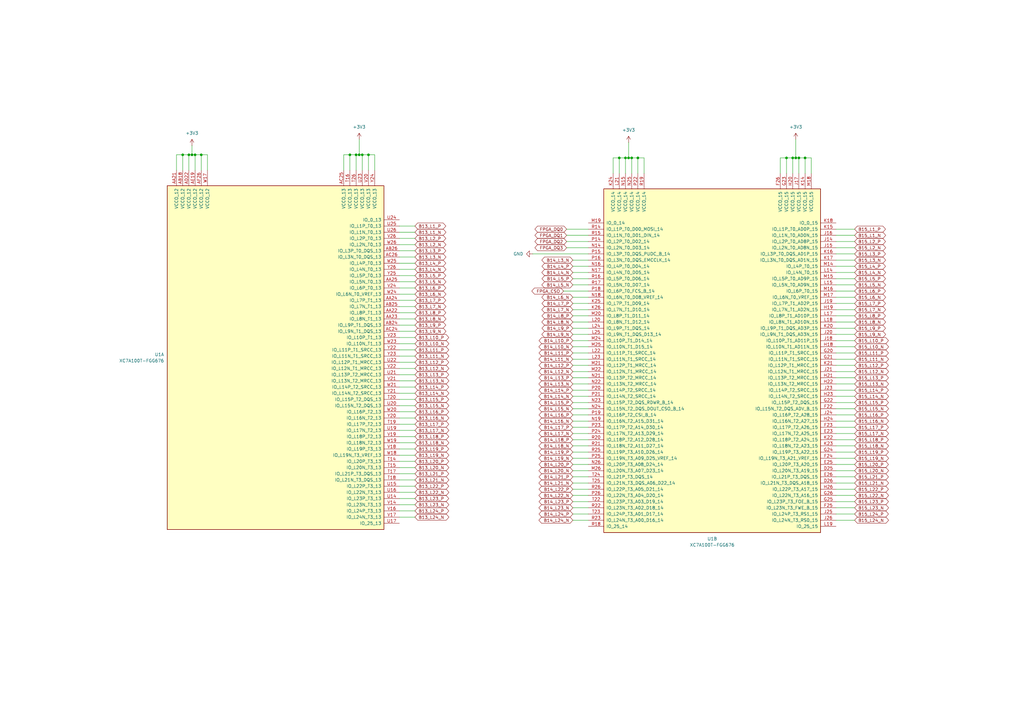
<source format=kicad_sch>
(kicad_sch (version 20231120) (generator "eeschema") (generator_version "8.0")
  (paper "A3")
  (junction (at 77.47 63.5))
  (junction (at 326.39 64.77))
  (junction (at 254 64.77))
  (junction (at 261.62 64.77))
  (junction (at 143.51 63.5))
  (junction (at 325.12 64.77))
  (junction (at 151.13 63.5))
  (junction (at 78.74 63.5))
  (junction (at 80.01 63.5))
  (junction (at 74.93 63.5))
  (junction (at 330.2 64.77))
  (junction (at 82.55 63.5))
  (junction (at 147.32 63.5))
  (junction (at 322.58 64.77))
  (junction (at 257.81 64.77))
  (junction (at 146.05 63.5))
  (junction (at 327.66 64.77))
  (junction (at 259.08 64.77))
  (junction (at 256.54 64.77))
  (junction (at 148.59 63.5))
  (wire (pts (xy 234.95 149.86) (xy 241.3 149.86)))
  (wire (pts (xy 234.95 139.7) (xy 241.3 139.7)))
  (wire (pts (xy 326.39 64.77) (xy 326.39 57.15)))
  (wire (pts (xy 327.66 64.77) (xy 330.2 64.77)))
  (wire (pts (xy 170.18 120.65) (xy 163.83 120.65)))
  (wire (pts (xy 350.52 114.3) (xy 342.9 114.3)))
  (wire (pts (xy 350.52 101.6) (xy 342.9 101.6)))
  (wire (pts (xy 350.52 93.98) (xy 342.9 93.98)))
  (wire (pts (xy 350.52 129.54) (xy 342.9 129.54)))
  (wire (pts (xy 74.93 63.5) (xy 74.93 69.85)))
  (wire (pts (xy 170.18 158.75) (xy 163.83 158.75)))
  (wire (pts (xy 234.95 205.74) (xy 241.3 205.74)))
  (wire (pts (xy 350.52 172.72) (xy 342.9 172.72)))
  (wire (pts (xy 232.41 101.6) (xy 241.3 101.6)))
  (wire (pts (xy 325.12 64.77) (xy 325.12 71.12)))
  (wire (pts (xy 322.58 64.77) (xy 322.58 71.12)))
  (wire (pts (xy 170.18 166.37) (xy 163.83 166.37)))
  (wire (pts (xy 350.52 106.68) (xy 342.9 106.68)))
  (wire (pts (xy 234.95 116.84) (xy 241.3 116.84)))
  (wire (pts (xy 170.18 199.39) (xy 163.83 199.39)))
  (wire (pts (xy 350.52 190.5) (xy 342.9 190.5)))
  (wire (pts (xy 153.67 69.85) (xy 153.67 63.5)))
  (wire (pts (xy 234.95 165.1) (xy 241.3 165.1)))
  (wire (pts (xy 350.52 195.58) (xy 342.9 195.58)))
  (wire (pts (xy 170.18 138.43) (xy 163.83 138.43)))
  (wire (pts (xy 350.52 121.92) (xy 342.9 121.92)))
  (wire (pts (xy 234.95 144.78) (xy 241.3 144.78)))
  (wire (pts (xy 350.52 157.48) (xy 342.9 157.48)))
  (wire (pts (xy 148.59 63.5) (xy 147.32 63.5)))
  (wire (pts (xy 170.18 176.53) (xy 163.83 176.53)))
  (wire (pts (xy 170.18 191.77) (xy 163.83 191.77)))
  (wire (pts (xy 350.52 134.62) (xy 342.9 134.62)))
  (wire (pts (xy 350.52 170.18) (xy 342.9 170.18)))
  (wire (pts (xy 170.18 143.51) (xy 163.83 143.51)))
  (wire (pts (xy 264.16 71.12) (xy 264.16 64.77)))
  (wire (pts (xy 218.44 104.14) (xy 241.3 104.14)))
  (wire (pts (xy 234.95 193.04) (xy 241.3 193.04)))
  (wire (pts (xy 350.52 104.14) (xy 342.9 104.14)))
  (wire (pts (xy 350.52 124.46) (xy 342.9 124.46)))
  (wire (pts (xy 234.95 162.56) (xy 241.3 162.56)))
  (wire (pts (xy 234.95 142.24) (xy 241.3 142.24)))
  (wire (pts (xy 326.39 64.77) (xy 327.66 64.77)))
  (wire (pts (xy 170.18 207.01) (xy 163.83 207.01)))
  (wire (pts (xy 350.52 132.08) (xy 342.9 132.08)))
  (wire (pts (xy 234.95 127) (xy 241.3 127)))
  (wire (pts (xy 170.18 189.23) (xy 163.83 189.23)))
  (wire (pts (xy 234.95 124.46) (xy 241.3 124.46)))
  (wire (pts (xy 72.39 63.5) (xy 74.93 63.5)))
  (wire (pts (xy 143.51 63.5) (xy 143.51 69.85)))
  (wire (pts (xy 80.01 63.5) (xy 80.01 69.85)))
  (wire (pts (xy 78.74 63.5) (xy 80.01 63.5)))
  (wire (pts (xy 350.52 116.84) (xy 342.9 116.84)))
  (wire (pts (xy 259.08 71.12) (xy 259.08 64.77)))
  (wire (pts (xy 170.18 151.13) (xy 163.83 151.13)))
  (wire (pts (xy 232.41 93.98) (xy 241.3 93.98)))
  (wire (pts (xy 170.18 140.97) (xy 163.83 140.97)))
  (wire (pts (xy 350.52 152.4) (xy 342.9 152.4)))
  (wire (pts (xy 257.81 64.77) (xy 259.08 64.77)))
  (wire (pts (xy 77.47 63.5) (xy 77.47 69.85)))
  (wire (pts (xy 140.97 63.5) (xy 143.51 63.5)))
  (wire (pts (xy 170.18 110.49) (xy 163.83 110.49)))
  (wire (pts (xy 234.95 109.22) (xy 241.3 109.22)))
  (wire (pts (xy 170.18 97.79) (xy 163.83 97.79)))
  (wire (pts (xy 234.95 147.32) (xy 241.3 147.32)))
  (wire (pts (xy 350.52 154.94) (xy 342.9 154.94)))
  (wire (pts (xy 327.66 71.12) (xy 327.66 64.77)))
  (wire (pts (xy 170.18 133.35) (xy 163.83 133.35)))
  (wire (pts (xy 350.52 203.2) (xy 342.9 203.2)))
  (wire (pts (xy 170.18 209.55) (xy 163.83 209.55)))
  (wire (pts (xy 170.18 156.21) (xy 163.83 156.21)))
  (wire (pts (xy 170.18 146.05) (xy 163.83 146.05)))
  (wire (pts (xy 251.46 64.77) (xy 254 64.77)))
  (wire (pts (xy 232.41 99.06) (xy 241.3 99.06)))
  (wire (pts (xy 147.32 63.5) (xy 147.32 57.15)))
  (wire (pts (xy 170.18 102.87) (xy 163.83 102.87)))
  (wire (pts (xy 234.95 203.2) (xy 241.3 203.2)))
  (wire (pts (xy 251.46 71.12) (xy 251.46 64.77)))
  (wire (pts (xy 146.05 63.5) (xy 147.32 63.5)))
  (wire (pts (xy 254 64.77) (xy 256.54 64.77)))
  (wire (pts (xy 350.52 96.52) (xy 342.9 96.52)))
  (wire (pts (xy 261.62 64.77) (xy 259.08 64.77)))
  (wire (pts (xy 82.55 63.5) (xy 85.09 63.5)))
  (wire (pts (xy 234.95 210.82) (xy 241.3 210.82)))
  (wire (pts (xy 72.39 69.85) (xy 72.39 63.5)))
  (wire (pts (xy 350.52 177.8) (xy 342.9 177.8)))
  (wire (pts (xy 170.18 204.47) (xy 163.83 204.47)))
  (wire (pts (xy 78.74 63.5) (xy 78.74 59.69)))
  (wire (pts (xy 170.18 168.91) (xy 163.83 168.91)))
  (wire (pts (xy 170.18 153.67) (xy 163.83 153.67)))
  (wire (pts (xy 350.52 180.34) (xy 342.9 180.34)))
  (wire (pts (xy 234.95 182.88) (xy 241.3 182.88)))
  (wire (pts (xy 170.18 194.31) (xy 163.83 194.31)))
  (wire (pts (xy 170.18 148.59) (xy 163.83 148.59)))
  (wire (pts (xy 170.18 184.15) (xy 163.83 184.15)))
  (wire (pts (xy 170.18 118.11) (xy 163.83 118.11)))
  (wire (pts (xy 170.18 113.03) (xy 163.83 113.03)))
  (wire (pts (xy 170.18 163.83) (xy 163.83 163.83)))
  (wire (pts (xy 170.18 135.89) (xy 163.83 135.89)))
  (wire (pts (xy 170.18 130.81) (xy 163.83 130.81)))
  (wire (pts (xy 170.18 201.93) (xy 163.83 201.93)))
  (wire (pts (xy 325.12 64.77) (xy 326.39 64.77)))
  (wire (pts (xy 320.04 64.77) (xy 322.58 64.77)))
  (wire (pts (xy 234.95 170.18) (xy 241.3 170.18)))
  (wire (pts (xy 170.18 115.57) (xy 163.83 115.57)))
  (wire (pts (xy 350.52 208.28) (xy 342.9 208.28)))
  (wire (pts (xy 350.52 137.16) (xy 342.9 137.16)))
  (wire (pts (xy 234.95 111.76) (xy 241.3 111.76)))
  (wire (pts (xy 261.62 64.77) (xy 261.62 71.12)))
  (wire (pts (xy 148.59 63.5) (xy 148.59 69.85)))
  (wire (pts (xy 74.93 63.5) (xy 77.47 63.5)))
  (wire (pts (xy 234.95 185.42) (xy 241.3 185.42)))
  (wire (pts (xy 170.18 125.73) (xy 163.83 125.73)))
  (wire (pts (xy 234.95 114.3) (xy 241.3 114.3)))
  (wire (pts (xy 234.95 154.94) (xy 241.3 154.94)))
  (wire (pts (xy 170.18 161.29) (xy 163.83 161.29)))
  (wire (pts (xy 350.52 119.38) (xy 342.9 119.38)))
  (wire (pts (xy 80.01 63.5) (xy 82.55 63.5)))
  (wire (pts (xy 82.55 69.85) (xy 82.55 63.5)))
  (wire (pts (xy 234.95 152.4) (xy 241.3 152.4)))
  (wire (pts (xy 170.18 196.85) (xy 163.83 196.85)))
  (wire (pts (xy 264.16 64.77) (xy 261.62 64.77)))
  (wire (pts (xy 234.95 129.54) (xy 241.3 129.54)))
  (wire (pts (xy 350.52 205.74) (xy 342.9 205.74)))
  (wire (pts (xy 234.95 208.28) (xy 241.3 208.28)))
  (wire (pts (xy 170.18 92.71) (xy 163.83 92.71)))
  (wire (pts (xy 234.95 132.08) (xy 241.3 132.08)))
  (wire (pts (xy 232.41 96.52) (xy 241.3 96.52)))
  (wire (pts (xy 170.18 179.07) (xy 163.83 179.07)))
  (wire (pts (xy 170.18 105.41) (xy 163.83 105.41)))
  (wire (pts (xy 350.52 198.12) (xy 342.9 198.12)))
  (wire (pts (xy 350.52 193.04) (xy 342.9 193.04)))
  (wire (pts (xy 170.18 100.33) (xy 163.83 100.33)))
  (wire (pts (xy 350.52 149.86) (xy 342.9 149.86)))
  (wire (pts (xy 234.95 177.8) (xy 241.3 177.8)))
  (wire (pts (xy 350.52 185.42) (xy 342.9 185.42)))
  (wire (pts (xy 170.18 212.09) (xy 163.83 212.09)))
  (wire (pts (xy 254 64.77) (xy 254 71.12)))
  (wire (pts (xy 350.52 144.78) (xy 342.9 144.78)))
  (wire (pts (xy 234.95 157.48) (xy 241.3 157.48)))
  (wire (pts (xy 350.52 175.26) (xy 342.9 175.26)))
  (wire (pts (xy 350.52 142.24) (xy 342.9 142.24)))
  (wire (pts (xy 350.52 111.76) (xy 342.9 111.76)))
  (wire (pts (xy 153.67 63.5) (xy 151.13 63.5)))
  (wire (pts (xy 256.54 64.77) (xy 256.54 71.12)))
  (wire (pts (xy 170.18 173.99) (xy 163.83 173.99)))
  (wire (pts (xy 350.52 167.64) (xy 342.9 167.64)))
  (wire (pts (xy 350.52 109.22) (xy 342.9 109.22)))
  (wire (pts (xy 330.2 64.77) (xy 332.74 64.77)))
  (wire (pts (xy 170.18 128.27) (xy 163.83 128.27)))
  (wire (pts (xy 350.52 213.36) (xy 342.9 213.36)))
  (wire (pts (xy 170.18 181.61) (xy 163.83 181.61)))
  (wire (pts (xy 234.95 121.92) (xy 241.3 121.92)))
  (wire (pts (xy 234.95 167.64) (xy 241.3 167.64)))
  (wire (pts (xy 231.14 119.38) (xy 241.3 119.38)))
  (wire (pts (xy 320.04 71.12) (xy 320.04 64.77)))
  (wire (pts (xy 234.95 200.66) (xy 241.3 200.66)))
  (wire (pts (xy 234.95 172.72) (xy 241.3 172.72)))
  (wire (pts (xy 234.95 134.62) (xy 241.3 134.62)))
  (wire (pts (xy 234.95 198.12) (xy 241.3 198.12)))
  (wire (pts (xy 234.95 106.68) (xy 241.3 106.68)))
  (wire (pts (xy 234.95 175.26) (xy 241.3 175.26)))
  (wire (pts (xy 170.18 186.69) (xy 163.83 186.69)))
  (wire (pts (xy 146.05 69.85) (xy 146.05 63.5)))
  (wire (pts (xy 170.18 95.25) (xy 163.83 95.25)))
  (wire (pts (xy 234.95 160.02) (xy 241.3 160.02)))
  (wire (pts (xy 350.52 160.02) (xy 342.9 160.02)))
  (wire (pts (xy 350.52 139.7) (xy 342.9 139.7)))
  (wire (pts (xy 143.51 63.5) (xy 146.05 63.5)))
  (wire (pts (xy 350.52 99.06) (xy 342.9 99.06)))
  (wire (pts (xy 330.2 71.12) (xy 330.2 64.77)))
  (wire (pts (xy 234.95 180.34) (xy 241.3 180.34)))
  (wire (pts (xy 170.18 107.95) (xy 163.83 107.95)))
  (wire (pts (xy 234.95 190.5) (xy 241.3 190.5)))
  (wire (pts (xy 77.47 63.5) (xy 78.74 63.5)))
  (wire (pts (xy 322.58 64.77) (xy 325.12 64.77)))
  (wire (pts (xy 170.18 123.19) (xy 163.83 123.19)))
  (wire (pts (xy 350.52 187.96) (xy 342.9 187.96)))
  (wire (pts (xy 170.18 171.45) (xy 163.83 171.45)))
  (wire (pts (xy 234.95 195.58) (xy 241.3 195.58)))
  (wire (pts (xy 332.74 71.12) (xy 332.74 64.77)))
  (wire (pts (xy 350.52 162.56) (xy 342.9 162.56)))
  (wire (pts (xy 140.97 69.85) (xy 140.97 63.5)))
  (wire (pts (xy 234.95 213.36) (xy 241.3 213.36)))
  (wire (pts (xy 151.13 63.5) (xy 148.59 63.5)))
  (wire (pts (xy 256.54 64.77) (xy 257.81 64.77)))
  (wire (pts (xy 350.52 165.1) (xy 342.9 165.1)))
  (wire (pts (xy 350.52 182.88) (xy 342.9 182.88)))
  (wire (pts (xy 350.52 147.32) (xy 342.9 147.32)))
  (wire (pts (xy 257.81 64.77) (xy 257.81 58.42)))
  (wire (pts (xy 350.52 210.82) (xy 342.9 210.82)))
  (wire (pts (xy 350.52 200.66) (xy 342.9 200.66)))
  (wire (pts (xy 234.95 187.96) (xy 241.3 187.96)))
  (wire (pts (xy 85.09 69.85) (xy 85.09 63.5)))
  (wire (pts (xy 350.52 127) (xy 342.9 127)))
  (wire (pts (xy 234.95 137.16) (xy 241.3 137.16)))
  (wire (pts (xy 151.13 63.5) (xy 151.13 69.85)))
  (global_label "B14_L13_N" (shape bidirectional) (at 234.95 157.48 180) (property "Intersheetrefs" "${INTERSHEET_REFS}" (effects (hide yes))))
  (global_label "B15_L21_N" (shape bidirectional) (at 350.52 198.12 0) (property "Intersheetrefs" "${INTERSHEET_REFS}" (effects (hide yes))))
  (global_label "B13_L21_P" (shape bidirectional) (at 170.18 194.31 0) (property "Intersheetrefs" "${INTERSHEET_REFS}" (effects (hide yes))))
  (global_label "B14_L24_N" (shape bidirectional) (at 234.95 213.36 180) (property "Intersheetrefs" "${INTERSHEET_REFS}" (effects (hide yes))))
  (global_label "B14_L13_P" (shape bidirectional) (at 234.95 154.94 180) (property "Intersheetrefs" "${INTERSHEET_REFS}" (effects (hide yes))))
  (global_label "B13_L8_P" (shape bidirectional) (at 170.18 128.27 0) (property "Intersheetrefs" "${INTERSHEET_REFS}" (effects (hide yes))))
  (global_label "B13_L2_N" (shape bidirectional) (at 170.18 100.33 0) (property "Intersheetrefs" "${INTERSHEET_REFS}" (effects (hide yes))))
  (global_label "B14_L21_P" (shape bidirectional) (at 234.95 195.58 180) (property "Intersheetrefs" "${INTERSHEET_REFS}" (effects (hide yes))))
  (global_label "B14_L19_P" (shape bidirectional) (at 234.95 185.42 180) (property "Intersheetrefs" "${INTERSHEET_REFS}" (effects (hide yes))))
  (global_label "B15_L1_N" (shape bidirectional) (at 350.52 96.52 0) (property "Intersheetrefs" "${INTERSHEET_REFS}" (effects (hide yes))))
  (global_label "B14_L14_N" (shape bidirectional) (at 234.95 162.56 180) (property "Intersheetrefs" "${INTERSHEET_REFS}" (effects (hide yes))))
  (global_label "FPGA_DQ3" (shape bidirectional) (at 232.41 101.6 180) (property "Intersheetrefs" "${INTERSHEET_REFS}" (effects (hide yes))))
  (global_label "B15_L22_N" (shape bidirectional) (at 350.52 203.2 0) (property "Intersheetrefs" "${INTERSHEET_REFS}" (effects (hide yes))))
  (global_label "B13_L19_P" (shape bidirectional) (at 170.18 184.15 0) (property "Intersheetrefs" "${INTERSHEET_REFS}" (effects (hide yes))))
  (global_label "B13_L17_N" (shape bidirectional) (at 170.18 176.53 0) (property "Intersheetrefs" "${INTERSHEET_REFS}" (effects (hide yes))))
  (global_label "B13_L18_N" (shape bidirectional) (at 170.18 181.61 0) (property "Intersheetrefs" "${INTERSHEET_REFS}" (effects (hide yes))))
  (global_label "FPGA_DQ0" (shape bidirectional) (at 232.41 93.98 180) (property "Intersheetrefs" "${INTERSHEET_REFS}" (effects (hide yes))))
  (global_label "B13_L6_N" (shape bidirectional) (at 170.18 120.65 0) (property "Intersheetrefs" "${INTERSHEET_REFS}" (effects (hide yes))))
  (global_label "B15_L17_P" (shape bidirectional) (at 350.52 175.26 0) (property "Intersheetrefs" "${INTERSHEET_REFS}" (effects (hide yes))))
  (global_label "B14_L4_N" (shape bidirectional) (at 234.95 111.76 180) (property "Intersheetrefs" "${INTERSHEET_REFS}" (effects (hide yes))))
  (global_label "B15_L17_N" (shape bidirectional) (at 350.52 177.8 0) (property "Intersheetrefs" "${INTERSHEET_REFS}" (effects (hide yes))))
  (global_label "B13_L8_N" (shape bidirectional) (at 170.18 130.81 0) (property "Intersheetrefs" "${INTERSHEET_REFS}" (effects (hide yes))))
  (global_label "B14_L21_N" (shape bidirectional) (at 234.95 198.12 180) (property "Intersheetrefs" "${INTERSHEET_REFS}" (effects (hide yes))))
  (global_label "B15_L11_N" (shape bidirectional) (at 350.52 147.32 0) (property "Intersheetrefs" "${INTERSHEET_REFS}" (effects (hide yes))))
  (global_label "B15_L12_P" (shape bidirectional) (at 350.52 149.86 0) (property "Intersheetrefs" "${INTERSHEET_REFS}" (effects (hide yes))))
  (global_label "B15_L5_N" (shape bidirectional) (at 350.52 116.84 0) (property "Intersheetrefs" "${INTERSHEET_REFS}" (effects (hide yes))))
  (global_label "B15_L19_N" (shape bidirectional) (at 350.52 187.96 0) (property "Intersheetrefs" "${INTERSHEET_REFS}" (effects (hide yes))))
  (global_label "B13_L12_P" (shape bidirectional) (at 170.18 148.59 0) (property "Intersheetrefs" "${INTERSHEET_REFS}" (effects (hide yes))))
  (global_label "B13_L12_N" (shape bidirectional) (at 170.18 151.13 0) (property "Intersheetrefs" "${INTERSHEET_REFS}" (effects (hide yes))))
  (global_label "B14_L12_P" (shape bidirectional) (at 234.95 149.86 180) (property "Intersheetrefs" "${INTERSHEET_REFS}" (effects (hide yes))))
  (global_label "B14_L18_N" (shape bidirectional) (at 234.95 182.88 180) (property "Intersheetrefs" "${INTERSHEET_REFS}" (effects (hide yes))))
  (global_label "B15_L18_N" (shape bidirectional) (at 350.52 182.88 0) (property "Intersheetrefs" "${INTERSHEET_REFS}" (effects (hide yes))))
  (global_label "B13_L4_N" (shape bidirectional) (at 170.18 110.49 0) (property "Intersheetrefs" "${INTERSHEET_REFS}" (effects (hide yes))))
  (global_label "B14_L24_P" (shape bidirectional) (at 234.95 210.82 180) (property "Intersheetrefs" "${INTERSHEET_REFS}" (effects (hide yes))))
  (global_label "B14_L10_P" (shape bidirectional) (at 234.95 139.7 180) (property "Intersheetrefs" "${INTERSHEET_REFS}" (effects (hide yes))))
  (global_label "B13_L16_P" (shape bidirectional) (at 170.18 168.91 0) (property "Intersheetrefs" "${INTERSHEET_REFS}" (effects (hide yes))))
  (global_label "B15_L9_P" (shape bidirectional) (at 350.52 134.62 0) (property "Intersheetrefs" "${INTERSHEET_REFS}" (effects (hide yes))))
  (global_label "B14_L17_P" (shape bidirectional) (at 234.95 175.26 180) (property "Intersheetrefs" "${INTERSHEET_REFS}" (effects (hide yes))))
  (global_label "B13_L4_P" (shape bidirectional) (at 170.18 107.95 0) (property "Intersheetrefs" "${INTERSHEET_REFS}" (effects (hide yes))))
  (global_label "B15_L7_N" (shape bidirectional) (at 350.52 127 0) (property "Intersheetrefs" "${INTERSHEET_REFS}" (effects (hide yes))))
  (global_label "B13_L7_N" (shape bidirectional) (at 170.18 125.73 0) (property "Intersheetrefs" "${INTERSHEET_REFS}" (effects (hide yes))))
  (global_label "B14_L16_P" (shape bidirectional) (at 234.95 170.18 180) (property "Intersheetrefs" "${INTERSHEET_REFS}" (effects (hide yes))))
  (global_label "B15_L20_N" (shape bidirectional) (at 350.52 193.04 0) (property "Intersheetrefs" "${INTERSHEET_REFS}" (effects (hide yes))))
  (global_label "B13_L1_N" (shape bidirectional) (at 170.18 95.25 0) (property "Intersheetrefs" "${INTERSHEET_REFS}" (effects (hide yes))))
  (global_label "B13_L23_P" (shape bidirectional) (at 170.18 204.47 0) (property "Intersheetrefs" "${INTERSHEET_REFS}" (effects (hide yes))))
  (global_label "B13_L24_N" (shape bidirectional) (at 170.18 212.09 0) (property "Intersheetrefs" "${INTERSHEET_REFS}" (effects (hide yes))))
  (global_label "B13_L11_N" (shape bidirectional) (at 170.18 146.05 0) (property "Intersheetrefs" "${INTERSHEET_REFS}" (effects (hide yes))))
  (global_label "B13_L22_P" (shape bidirectional) (at 170.18 199.39 0) (property "Intersheetrefs" "${INTERSHEET_REFS}" (effects (hide yes))))
  (global_label "B13_L9_N" (shape bidirectional) (at 170.18 135.89 0) (property "Intersheetrefs" "${INTERSHEET_REFS}" (effects (hide yes))))
  (global_label "B15_L12_N" (shape bidirectional) (at 350.52 152.4 0) (property "Intersheetrefs" "${INTERSHEET_REFS}" (effects (hide yes))))
  (global_label "B14_L15_P" (shape bidirectional) (at 234.95 165.1 180) (property "Intersheetrefs" "${INTERSHEET_REFS}" (effects (hide yes))))
  (global_label "FPGA_DQ1" (shape bidirectional) (at 232.41 96.52 180) (property "Intersheetrefs" "${INTERSHEET_REFS}" (effects (hide yes))))
  (global_label "B15_L23_N" (shape bidirectional) (at 350.52 208.28 0) (property "Intersheetrefs" "${INTERSHEET_REFS}" (effects (hide yes))))
  (global_label "B15_L6_N" (shape bidirectional) (at 350.52 121.92 0) (property "Intersheetrefs" "${INTERSHEET_REFS}" (effects (hide yes))))
  (global_label "B13_L13_N" (shape bidirectional) (at 170.18 156.21 0) (property "Intersheetrefs" "${INTERSHEET_REFS}" (effects (hide yes))))
  (global_label "B13_L14_P" (shape bidirectional) (at 170.18 158.75 0) (property "Intersheetrefs" "${INTERSHEET_REFS}" (effects (hide yes))))
  (global_label "B14_L10_N" (shape bidirectional) (at 234.95 142.24 180) (property "Intersheetrefs" "${INTERSHEET_REFS}" (effects (hide yes))))
  (global_label "B14_L7_N" (shape bidirectional) (at 234.95 127 180) (property "Intersheetrefs" "${INTERSHEET_REFS}" (effects (hide yes))))
  (global_label "B15_L2_N" (shape bidirectional) (at 350.52 101.6 0) (property "Intersheetrefs" "${INTERSHEET_REFS}" (effects (hide yes))))
  (global_label "B15_L4_N" (shape bidirectional) (at 350.52 111.76 0) (property "Intersheetrefs" "${INTERSHEET_REFS}" (effects (hide yes))))
  (global_label "B15_L7_P" (shape bidirectional) (at 350.52 124.46 0) (property "Intersheetrefs" "${INTERSHEET_REFS}" (effects (hide yes))))
  (global_label "B14_L20_P" (shape bidirectional) (at 234.95 190.5 180) (property "Intersheetrefs" "${INTERSHEET_REFS}" (effects (hide yes))))
  (global_label "B14_L5_P" (shape bidirectional) (at 234.95 114.3 180) (property "Intersheetrefs" "${INTERSHEET_REFS}" (effects (hide yes))))
  (global_label "B15_L8_P" (shape bidirectional) (at 350.52 129.54 0) (property "Intersheetrefs" "${INTERSHEET_REFS}" (effects (hide yes))))
  (global_label "B14_L15_N" (shape bidirectional) (at 234.95 167.64 180) (property "Intersheetrefs" "${INTERSHEET_REFS}" (effects (hide yes))))
  (global_label "B14_L5_N" (shape bidirectional) (at 234.95 116.84 180) (property "Intersheetrefs" "${INTERSHEET_REFS}" (effects (hide yes))))
  (global_label "B15_L3_N" (shape bidirectional) (at 350.52 106.68 0) (property "Intersheetrefs" "${INTERSHEET_REFS}" (effects (hide yes))))
  (global_label "B15_L24_N" (shape bidirectional) (at 350.52 213.36 0) (property "Intersheetrefs" "${INTERSHEET_REFS}" (effects (hide yes))))
  (global_label "B15_L4_P" (shape bidirectional) (at 350.52 109.22 0) (property "Intersheetrefs" "${INTERSHEET_REFS}" (effects (hide yes))))
  (global_label "B15_L19_P" (shape bidirectional) (at 350.52 185.42 0) (property "Intersheetrefs" "${INTERSHEET_REFS}" (effects (hide yes))))
  (global_label "B15_L11_P" (shape bidirectional) (at 350.52 144.78 0) (property "Intersheetrefs" "${INTERSHEET_REFS}" (effects (hide yes))))
  (global_label "B15_L13_N" (shape bidirectional) (at 350.52 157.48 0) (property "Intersheetrefs" "${INTERSHEET_REFS}" (effects (hide yes))))
  (global_label "B15_L24_P" (shape bidirectional) (at 350.52 210.82 0) (property "Intersheetrefs" "${INTERSHEET_REFS}" (effects (hide yes))))
  (global_label "FPGA_CSO" (shape bidirectional) (at 231.14 119.38 180) (property "Intersheetrefs" "${INTERSHEET_REFS}" (effects (hide yes))))
  (global_label "B13_L21_N" (shape bidirectional) (at 170.18 196.85 0) (property "Intersheetrefs" "${INTERSHEET_REFS}" (effects (hide yes))))
  (global_label "B13_L3_N" (shape bidirectional) (at 170.18 105.41 0) (property "Intersheetrefs" "${INTERSHEET_REFS}" (effects (hide yes))))
  (global_label "B15_L23_P" (shape bidirectional) (at 350.52 205.74 0) (property "Intersheetrefs" "${INTERSHEET_REFS}" (effects (hide yes))))
  (global_label "B15_L10_P" (shape bidirectional) (at 350.52 139.7 0) (property "Intersheetrefs" "${INTERSHEET_REFS}" (effects (hide yes))))
  (global_label "B15_L2_P" (shape bidirectional) (at 350.52 99.06 0) (property "Intersheetrefs" "${INTERSHEET_REFS}" (effects (hide yes))))
  (global_label "B15_L14_P" (shape bidirectional) (at 350.52 160.02 0) (property "Intersheetrefs" "${INTERSHEET_REFS}" (effects (hide yes))))
  (global_label "B13_L22_N" (shape bidirectional) (at 170.18 201.93 0) (property "Intersheetrefs" "${INTERSHEET_REFS}" (effects (hide yes))))
  (global_label "B14_L4_P" (shape bidirectional) (at 234.95 109.22 180) (property "Intersheetrefs" "${INTERSHEET_REFS}" (effects (hide yes))))
  (global_label "B13_L24_P" (shape bidirectional) (at 170.18 209.55 0) (property "Intersheetrefs" "${INTERSHEET_REFS}" (effects (hide yes))))
  (global_label "B13_L10_P" (shape bidirectional) (at 170.18 138.43 0) (property "Intersheetrefs" "${INTERSHEET_REFS}" (effects (hide yes))))
  (global_label "B14_L14_P" (shape bidirectional) (at 234.95 160.02 180) (property "Intersheetrefs" "${INTERSHEET_REFS}" (effects (hide yes))))
  (global_label "B14_L11_P" (shape bidirectional) (at 234.95 144.78 180) (property "Intersheetrefs" "${INTERSHEET_REFS}" (effects (hide yes))))
  (global_label "B14_L8_N" (shape bidirectional) (at 234.95 132.08 180) (property "Intersheetrefs" "${INTERSHEET_REFS}" (effects (hide yes))))
  (global_label "B13_L20_N" (shape bidirectional) (at 170.18 191.77 0) (property "Intersheetrefs" "${INTERSHEET_REFS}" (effects (hide yes))))
  (global_label "B13_L10_N" (shape bidirectional) (at 170.18 140.97 0) (property "Intersheetrefs" "${INTERSHEET_REFS}" (effects (hide yes))))
  (global_label "B15_L14_N" (shape bidirectional) (at 350.52 162.56 0) (property "Intersheetrefs" "${INTERSHEET_REFS}" (effects (hide yes))))
  (global_label "B13_L5_N" (shape bidirectional) (at 170.18 115.57 0) (property "Intersheetrefs" "${INTERSHEET_REFS}" (effects (hide yes))))
  (global_label "B13_L23_N" (shape bidirectional) (at 170.18 207.01 0) (property "Intersheetrefs" "${INTERSHEET_REFS}" (effects (hide yes))))
  (global_label "B15_L9_N" (shape bidirectional) (at 350.52 137.16 0) (property "Intersheetrefs" "${INTERSHEET_REFS}" (effects (hide yes))))
  (global_label "B15_L13_P" (shape bidirectional) (at 350.52 154.94 0) (property "Intersheetrefs" "${INTERSHEET_REFS}" (effects (hide yes))))
  (global_label "B15_L16_N" (shape bidirectional) (at 350.52 172.72 0) (property "Intersheetrefs" "${INTERSHEET_REFS}" (effects (hide yes))))
  (global_label "FPGA_DQ2" (shape bidirectional) (at 232.41 99.06 180) (property "Intersheetrefs" "${INTERSHEET_REFS}" (effects (hide yes))))
  (global_label "B14_L22_P" (shape bidirectional) (at 234.95 200.66 180) (property "Intersheetrefs" "${INTERSHEET_REFS}" (effects (hide yes))))
  (global_label "B15_L20_P" (shape bidirectional) (at 350.52 190.5 0) (property "Intersheetrefs" "${INTERSHEET_REFS}" (effects (hide yes))))
  (global_label "B13_L16_N" (shape bidirectional) (at 170.18 171.45 0) (property "Intersheetrefs" "${INTERSHEET_REFS}" (effects (hide yes))))
  (global_label "B14_L23_P" (shape bidirectional) (at 234.95 205.74 180) (property "Intersheetrefs" "${INTERSHEET_REFS}" (effects (hide yes))))
  (global_label "B14_L12_N" (shape bidirectional) (at 234.95 152.4 180) (property "Intersheetrefs" "${INTERSHEET_REFS}" (effects (hide yes))))
  (global_label "B13_L7_P" (shape bidirectional) (at 170.18 123.19 0) (property "Intersheetrefs" "${INTERSHEET_REFS}" (effects (hide yes))))
  (global_label "B15_L16_P" (shape bidirectional) (at 350.52 170.18 0) (property "Intersheetrefs" "${INTERSHEET_REFS}" (effects (hide yes))))
  (global_label "B15_L22_P" (shape bidirectional) (at 350.52 200.66 0) (property "Intersheetrefs" "${INTERSHEET_REFS}" (effects (hide yes))))
  (global_label "B13_L19_N" (shape bidirectional) (at 170.18 186.69 0) (property "Intersheetrefs" "${INTERSHEET_REFS}" (effects (hide yes))))
  (global_label "B13_L5_P" (shape bidirectional) (at 170.18 113.03 0) (property "Intersheetrefs" "${INTERSHEET_REFS}" (effects (hide yes))))
  (global_label "B14_L22_N" (shape bidirectional) (at 234.95 203.2 180) (property "Intersheetrefs" "${INTERSHEET_REFS}" (effects (hide yes))))
  (global_label "B14_L9_P" (shape bidirectional) (at 234.95 134.62 180) (property "Intersheetrefs" "${INTERSHEET_REFS}" (effects (hide yes))))
  (global_label "B13_L9_P" (shape bidirectional) (at 170.18 133.35 0) (property "Intersheetrefs" "${INTERSHEET_REFS}" (effects (hide yes))))
  (global_label "B14_L20_N" (shape bidirectional) (at 234.95 193.04 180) (property "Intersheetrefs" "${INTERSHEET_REFS}" (effects (hide yes))))
  (global_label "B13_L13_P" (shape bidirectional) (at 170.18 153.67 0) (property "Intersheetrefs" "${INTERSHEET_REFS}" (effects (hide yes))))
  (global_label "B15_L1_P" (shape bidirectional) (at 350.52 93.98 0) (property "Intersheetrefs" "${INTERSHEET_REFS}" (effects (hide yes))))
  (global_label "B13_L6_P" (shape bidirectional) (at 170.18 118.11 0) (property "Intersheetrefs" "${INTERSHEET_REFS}" (effects (hide yes))))
  (global_label "B15_L8_N" (shape bidirectional) (at 350.52 132.08 0) (property "Intersheetrefs" "${INTERSHEET_REFS}" (effects (hide yes))))
  (global_label "B13_L15_N" (shape bidirectional) (at 170.18 166.37 0) (property "Intersheetrefs" "${INTERSHEET_REFS}" (effects (hide yes))))
  (global_label "B15_L10_N" (shape bidirectional) (at 350.52 142.24 0) (property "Intersheetrefs" "${INTERSHEET_REFS}" (effects (hide yes))))
  (global_label "B14_L16_N" (shape bidirectional) (at 234.95 172.72 180) (property "Intersheetrefs" "${INTERSHEET_REFS}" (effects (hide yes))))
  (global_label "B13_L15_P" (shape bidirectional) (at 170.18 163.83 0) (property "Intersheetrefs" "${INTERSHEET_REFS}" (effects (hide yes))))
  (global_label "B14_L9_N" (shape bidirectional) (at 234.95 137.16 180) (property "Intersheetrefs" "${INTERSHEET_REFS}" (effects (hide yes))))
  (global_label "B13_L20_P" (shape bidirectional) (at 170.18 189.23 0) (property "Intersheetrefs" "${INTERSHEET_REFS}" (effects (hide yes))))
  (global_label "B14_L3_N" (shape bidirectional) (at 234.95 106.68 180) (property "Intersheetrefs" "${INTERSHEET_REFS}" (effects (hide yes))))
  (global_label "B14_L6_N" (shape bidirectional) (at 234.95 121.92 180) (property "Intersheetrefs" "${INTERSHEET_REFS}" (effects (hide yes))))
  (global_label "B13_L14_N" (shape bidirectional) (at 170.18 161.29 0) (property "Intersheetrefs" "${INTERSHEET_REFS}" (effects (hide yes))))
  (global_label "B13_L1_P" (shape bidirectional) (at 170.18 92.71 0) (property "Intersheetrefs" "${INTERSHEET_REFS}" (effects (hide yes))))
  (global_label "B13_L3_P" (shape bidirectional) (at 170.18 102.87 0) (property "Intersheetrefs" "${INTERSHEET_REFS}" (effects (hide yes))))
  (global_label "B15_L6_P" (shape bidirectional) (at 350.52 119.38 0) (property "Intersheetrefs" "${INTERSHEET_REFS}" (effects (hide yes))))
  (global_label "B14_L8_P" (shape bidirectional) (at 234.95 129.54 180) (property "Intersheetrefs" "${INTERSHEET_REFS}" (effects (hide yes))))
  (global_label "B15_L3_P" (shape bidirectional) (at 350.52 104.14 0) (property "Intersheetrefs" "${INTERSHEET_REFS}" (effects (hide yes))))
  (global_label "B14_L19_N" (shape bidirectional) (at 234.95 187.96 180) (property "Intersheetrefs" "${INTERSHEET_REFS}" (effects (hide yes))))
  (global_label "B14_L11_N" (shape bidirectional) (at 234.95 147.32 180) (property "Intersheetrefs" "${INTERSHEET_REFS}" (effects (hide yes))))
  (global_label "B13_L18_P" (shape bidirectional) (at 170.18 179.07 0) (property "Intersheetrefs" "${INTERSHEET_REFS}" (effects (hide yes))))
  (global_label "B14_L7_P" (shape bidirectional) (at 234.95 124.46 180) (property "Intersheetrefs" "${INTERSHEET_REFS}" (effects (hide yes))))
  (global_label "B15_L21_P" (shape bidirectional) (at 350.52 195.58 0) (property "Intersheetrefs" "${INTERSHEET_REFS}" (effects (hide yes))))
  (global_label "B14_L23_N" (shape bidirectional) (at 234.95 208.28 180) (property "Intersheetrefs" "${INTERSHEET_REFS}" (effects (hide yes))))
  (global_label "B15_L15_P" (shape bidirectional) (at 350.52 165.1 0) (property "Intersheetrefs" "${INTERSHEET_REFS}" (effects (hide yes))))
  (global_label "B15_L15_N" (shape bidirectional) (at 350.52 167.64 0) (property "Intersheetrefs" "${INTERSHEET_REFS}" (effects (hide yes))))
  (global_label "B15_L5_P" (shape bidirectional) (at 350.52 114.3 0) (property "Intersheetrefs" "${INTERSHEET_REFS}" (effects (hide yes))))
  (global_label "B14_L18_P" (shape bidirectional) (at 234.95 180.34 180) (property "Intersheetrefs" "${INTERSHEET_REFS}" (effects (hide yes))))
  (global_label "B15_L18_P" (shape bidirectional) (at 350.52 180.34 0) (property "Intersheetrefs" "${INTERSHEET_REFS}" (effects (hide yes))))
  (global_label "B13_L17_P" (shape bidirectional) (at 170.18 173.99 0) (property "Intersheetrefs" "${INTERSHEET_REFS}" (effects (hide yes))))
  (global_label "B13_L11_P" (shape bidirectional) (at 170.18 143.51 0) (property "Intersheetrefs" "${INTERSHEET_REFS}" (effects (hide yes))))
  (global_label "B14_L17_N" (shape bidirectional) (at 234.95 177.8 180) (property "Intersheetrefs" "${INTERSHEET_REFS}" (effects (hide yes))))
  (global_label "B13_L2_P" (shape bidirectional) (at 170.18 97.79 0) (property "Intersheetrefs" "${INTERSHEET_REFS}" (effects (hide yes))))
  (symbol (lib_id "power:+3V3") (at 78.74 59.69 0) (unit 1)
    (property "Reference" "#PWR03" (effects (hide yes)))
    (property "Value" "+3V3" (at 78.74 54.61 0))
    (property "Description" "Power symbol creates a global label with name \"+3V3\"" (effects (hide yes)))
  )
  (symbol (lib_id "power:GND") (at 218.44 104.14 270) (unit 1)
    (property "Reference" "#PWR028" (effects (hide yes)))
    (property "Value" "GND" (at 214.63 104.1399 90) (effects (justify right)))
    (property "Description" "Power symbol creates a global label with name \"GND\" , ground" (effects (hide yes)))
  )
  (symbol (lib_id "power:+3V3") (at 147.32 57.15 0) (unit 1)
    (property "Reference" "#PWR05" (effects (hide yes)))
    (property "Value" "+3V3" (at 147.32 52.07 0))
    (property "Description" "Power symbol creates a global label with name \"+3V3\"" (effects (hide yes)))
  )
  (symbol (lib_id "FPGA_Xilinx_Artix7:XC7A100T-FGG676") (at 113.03 143.51 0) (unit 1)
    (property "Reference" "U1" (at 67.31 145.4149 0) (effects (justify right)))
    (property "Value" "XC7A100T-FGG676" (at 67.31 147.9549 0) (effects (justify right)))
    (property "Description" "Artix 7 T 100 XC7A100T-FGG676" (effects (hide yes)))
  )
  (symbol (lib_id "power:+3V3") (at 257.81 58.42 0) (unit 1)
    (property "Reference" "#PWR04" (effects (hide yes)))
    (property "Value" "+3V3" (at 257.81 53.34 0))
    (property "Description" "Power symbol creates a global label with name \"+3V3\"" (effects (hide yes)))
  )
  (symbol (lib_id "power:+3V3") (at 326.39 57.15 0) (unit 1)
    (property "Reference" "#PWR06" (effects (hide yes)))
    (property "Value" "+3V3" (at 326.39 52.07 0))
    (property "Description" "Power symbol creates a global label with name \"+3V3\"" (effects (hide yes)))
  )
  (symbol (lib_id "FPGA_Xilinx_Artix7:XC7A100T-FGG676") (at 292.1 144.78 0) (unit 2)
    (property "Reference" "U1" (at 292.1 220.98 0))
    (property "Value" "XC7A100T-FGG676" (at 292.1 223.52 0))
    (property "Description" "Artix 7 T 100 XC7A100T-FGG676" (effects (hide yes)))
  )
)
</source>
